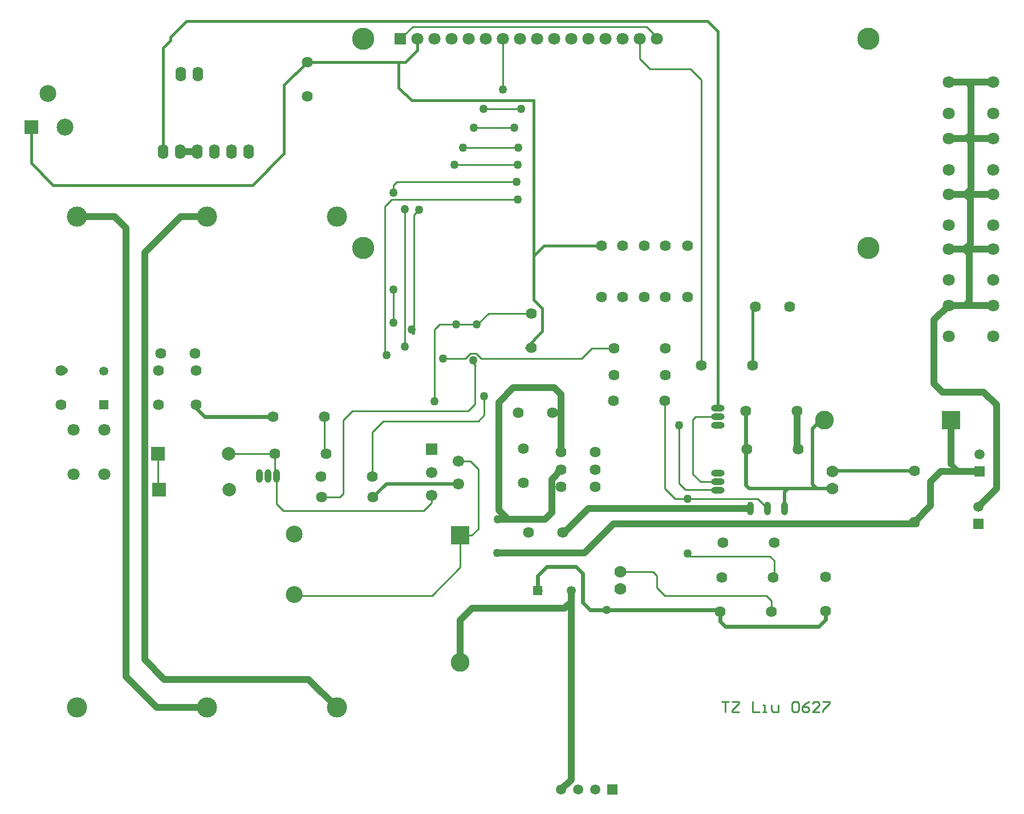
<source format=gbl>
%FSLAX25Y25*%
%MOIN*%
G70*
G01*
G75*
G04 Layer_Physical_Order=2*
G04 Layer_Color=16711680*
%ADD10R,0.00906X0.07874*%
%ADD11R,0.07874X0.00906*%
%ADD12O,0.00906X0.07874*%
%ADD13C,0.01000*%
%ADD14C,0.01575*%
%ADD15C,0.03937*%
%ADD16C,0.02362*%
%ADD17C,0.01969*%
%ADD18C,0.07087*%
%ADD19C,0.06400*%
%ADD20C,0.06693*%
%ADD21R,0.06693X0.06693*%
%ADD22C,0.11811*%
%ADD23C,0.07087*%
%ADD24R,0.07087X0.07087*%
%ADD25C,0.05906*%
%ADD26R,0.05906X0.05906*%
%ADD27O,0.06299X0.08661*%
%ADD28C,0.09843*%
%ADD29R,0.05906X0.05906*%
%ADD30C,0.05315*%
%ADD31R,0.05315X0.05315*%
%ADD32R,0.11024X0.11024*%
%ADD33C,0.11024*%
%ADD34C,0.07000*%
%ADD35O,0.07874X0.03937*%
%ADD36O,0.07874X0.03937*%
%ADD37R,0.05315X0.05315*%
%ADD38O,0.03937X0.07874*%
%ADD39O,0.03937X0.07874*%
%ADD40C,0.07874*%
%ADD41R,0.07874X0.07874*%
%ADD42R,0.11024X0.11024*%
%ADD43C,0.05000*%
%ADD44C,0.12992*%
%ADD45C,0.02953*%
D13*
X394000Y469500D02*
X467500D01*
X390000Y465500D02*
X394000Y469500D01*
X390000Y379500D02*
Y465500D01*
X354500Y322000D02*
X355500Y321000D01*
X354500Y322000D02*
Y342500D01*
X365500Y297500D02*
Y340500D01*
X617000Y248500D02*
X617500Y249000D01*
Y258500D01*
X615000Y261000D02*
X617500Y258500D01*
X568500Y261000D02*
X615000D01*
X567000Y262500D02*
X568500Y261000D01*
X559500Y294500D02*
X567000D01*
X584000Y300000D02*
X584500Y299500D01*
X565500Y300000D02*
X584000D01*
X562000Y303500D02*
X565500Y300000D01*
X562000Y303500D02*
Y337500D01*
X571500Y342500D02*
X584500D01*
X570000Y341000D02*
X571500Y342500D01*
X570000Y309000D02*
Y341000D01*
Y309000D02*
X574500Y304500D01*
X584500D01*
X553500Y300500D02*
Y352000D01*
Y300500D02*
X559500Y294500D01*
X527500Y252000D02*
X546500D01*
X549000Y249500D01*
Y242500D02*
Y249500D01*
Y242500D02*
X553500Y238000D01*
X613000D01*
X616000Y235000D01*
Y228500D02*
Y235000D01*
X458996Y534004D02*
Y563390D01*
X446500Y522500D02*
X447500D01*
X469500D01*
X441000Y511500D02*
X442000D01*
X465500D01*
X435500Y500000D02*
X468000D01*
X430500Y490000D02*
X467500D01*
X397000Y480000D02*
X467000D01*
X390000Y379500D02*
X391000Y378500D01*
X395000Y478000D02*
X397000Y480000D01*
X395000Y473500D02*
Y478000D01*
Y397500D02*
Y417000D01*
X407000Y391500D02*
Y460500D01*
X410000Y463500D01*
X511000Y382500D02*
X524000D01*
X505000Y376500D02*
X511000Y382500D01*
X575000Y372500D02*
Y539500D01*
X568500Y546000D02*
X575000Y539500D01*
X545000Y546000D02*
X568500D01*
X538996Y552004D02*
X545000Y546000D01*
X538996Y552004D02*
Y563390D01*
X450500Y403000D02*
X475500D01*
X444000Y396500D02*
X450500Y403000D01*
X419000Y393500D02*
X422000Y396500D01*
X419000Y351500D02*
Y393500D01*
X422000Y396500D02*
X431500D01*
X443500D01*
X371000Y346000D02*
X438500D01*
X365500Y340500D02*
X371000Y346000D01*
X438500D02*
X442500Y350000D01*
Y372000D01*
X443000Y372500D01*
X608000Y294500D02*
X613500Y289000D01*
X567000Y294500D02*
X608000D01*
X298590Y321000D02*
X300500Y319091D01*
X448000Y343500D02*
Y354500D01*
X444500Y340000D02*
X448000Y343500D01*
X389000Y340000D02*
X444500D01*
X382500Y333500D02*
X389000Y340000D01*
X382500Y307500D02*
Y333500D01*
X298590Y321000D02*
X325500D01*
Y309000D02*
Y321000D01*
Y309000D02*
X326500Y308000D01*
X363500Y295500D02*
X365500Y297500D01*
X353000Y295500D02*
X363500D01*
X326500Y291500D02*
Y308000D01*
Y291500D02*
X330500Y287500D01*
X412500D01*
X417126Y292126D01*
Y296614D01*
X257410Y300500D02*
Y321000D01*
Y300500D02*
X257909Y300000D01*
X398996Y563390D02*
X406106Y570500D01*
X543000D01*
X548996Y564504D01*
X432874Y316693D02*
X439807D01*
X444500Y312000D01*
Y277000D02*
Y312000D01*
X440587Y273087D02*
X444500Y277000D01*
X434000Y273087D02*
X440587D01*
X434000Y254500D02*
Y273087D01*
X417500Y238000D02*
X434000Y254500D01*
X337500Y238000D02*
X417500D01*
X337000Y238500D02*
X337500Y238000D01*
X406500Y391000D02*
X407000Y391500D01*
X401500Y383500D02*
Y464000D01*
X405500Y392000D02*
X406500Y391000D01*
X405500Y392000D02*
Y393500D01*
X441500Y374000D02*
X443000Y372500D01*
X441500Y374000D02*
Y375500D01*
X439843Y379500D02*
X443157D01*
X446157Y376500D02*
X505000D01*
X424000D02*
X436843D01*
X439843Y379500D01*
X443157D02*
X446157Y376500D01*
X587000Y175998D02*
X590999D01*
X588999D01*
Y170000D01*
X592998Y175998D02*
X596997D01*
Y174998D01*
X592998Y171000D01*
Y170000D01*
X596997D01*
X604994Y175998D02*
Y170000D01*
X608993D01*
X610992D02*
X612992D01*
X611992D01*
Y173999D01*
X610992D01*
X615991D02*
Y171000D01*
X616990Y170000D01*
X619989D01*
Y173999D01*
X627987Y174998D02*
X628986Y175998D01*
X630986D01*
X631986Y174998D01*
Y171000D01*
X630986Y170000D01*
X628986D01*
X627987Y171000D01*
Y174998D01*
X637984Y175998D02*
X635984Y174998D01*
X633985Y172999D01*
Y171000D01*
X634984Y170000D01*
X636984D01*
X637984Y171000D01*
Y171999D01*
X636984Y172999D01*
X633985D01*
X643982Y170000D02*
X639983D01*
X643982Y173999D01*
Y174998D01*
X642982Y175998D01*
X640982D01*
X639983Y174998D01*
X645981Y175998D02*
X649980D01*
Y174998D01*
X645981Y171000D01*
Y170000D01*
D14*
X472500Y383000D02*
X482000Y392500D01*
X477000Y410900D02*
X482000Y405900D01*
Y392500D02*
Y405900D01*
X260201Y497484D02*
Y558201D01*
X264500Y562500D01*
Y564500D01*
X398000Y550000D02*
X402000D01*
X398000Y535000D02*
Y550000D01*
Y535000D02*
X405500Y527500D01*
X477000D01*
X472500Y383000D02*
X475500D01*
X402000Y550000D02*
X408996Y556996D01*
Y563390D01*
X584500Y347500D02*
Y568000D01*
X578500Y574000D02*
X584500Y568000D01*
X274000Y574000D02*
X578500D01*
X264500Y564500D02*
X274000Y574000D01*
X605000Y405500D02*
X606500Y407000D01*
X605000Y372500D02*
Y405500D01*
X344500Y550000D02*
X398000D01*
X483000Y442500D02*
X516500D01*
X477000Y436500D02*
X483000Y442500D01*
X477000Y410900D02*
Y436500D01*
Y527500D01*
X331000Y536500D02*
X344500Y550000D01*
X331000Y496500D02*
Y536500D01*
X312500Y478000D02*
X331000Y496500D01*
X196000Y478000D02*
X312500D01*
X183130Y490870D02*
X196000Y478000D01*
X183130Y490870D02*
Y512000D01*
D15*
X495000Y230500D02*
X498842Y234343D01*
Y130342D02*
Y234343D01*
Y241000D01*
X441000Y230500D02*
X495000D01*
X730000Y505055D02*
X732500Y507555D01*
Y536000D01*
X523500Y280000D02*
X700500D01*
X725587Y310500D02*
X737500D01*
X715000D02*
X725587D01*
X730445Y538055D02*
X732500Y536000D01*
X719508Y538055D02*
X730445D01*
X729276Y407555D02*
X745492D01*
X729276D02*
X731610Y409890D01*
X719508Y407555D02*
X729276D01*
X731610Y409890D02*
Y438000D01*
X729055Y440555D02*
X731610Y438000D01*
X730445Y505055D02*
X732500Y503000D01*
X730445Y505055D02*
X745492D01*
X729555Y472555D02*
X732110Y470000D01*
X729555Y472555D02*
X732500Y475500D01*
X729555Y472555D02*
X745492D01*
X719508D02*
X729555D01*
X729055Y440555D02*
X732110Y443610D01*
X729055Y440555D02*
X745492D01*
X719508D02*
X729055D01*
X732110Y443610D02*
Y470000D01*
X732500Y475500D02*
Y503000D01*
X730000Y505055D02*
X730445D01*
X719508D02*
X730000D01*
X730445Y538055D02*
X745492D01*
X548996Y563390D02*
Y564504D01*
X249500Y438500D02*
X270492Y459492D01*
X249500Y200500D02*
Y438500D01*
X270492Y459492D02*
X285945D01*
X270201Y497484D02*
X280201D01*
X210000Y459492D02*
X232008D01*
X256516Y172484D02*
X285945D01*
X200500Y369500D02*
X202500D01*
X631000Y324000D02*
Y346000D01*
X443500Y396500D02*
X444000D01*
X483500Y282500D02*
X487000Y286000D01*
X238500Y190500D02*
X256516Y172484D01*
X238500Y190500D02*
Y453000D01*
X232008Y459492D02*
X238500Y453000D01*
X249500Y200500D02*
X261000Y189000D01*
X345374D01*
X361890Y172484D01*
X699500Y281000D02*
X709000Y290500D01*
Y304500D01*
X715000Y310500D01*
X721087Y315000D02*
Y340500D01*
X711000Y399047D02*
X719508Y407555D01*
X740000Y357000D02*
X747500Y349500D01*
Y300500D02*
Y349500D01*
X737000Y290000D02*
X747500Y300500D01*
X711000Y362000D02*
Y399047D01*
Y362000D02*
X716000Y357000D01*
X740000D01*
X493000Y124500D02*
X498842Y130342D01*
X455500Y263000D02*
X506500D01*
X523500Y280000D01*
X487500Y286500D02*
Y306000D01*
X493000Y311500D01*
X434000Y223500D02*
X441000Y230500D01*
X434000Y198913D02*
Y223500D01*
X494000Y275000D02*
X495000D01*
X509000Y289000D01*
X603500D01*
X489000Y359500D02*
X493000Y355500D01*
X465000Y359500D02*
X489000D01*
X456500Y351000D02*
X465000Y359500D01*
X456500Y288000D02*
Y351000D01*
X456000Y282500D02*
X483500D01*
X456500Y288000D02*
X461500Y283000D01*
X493000Y322000D02*
Y355500D01*
D16*
X589000Y220000D02*
X643500D01*
X586000Y223000D02*
X589000Y220000D01*
X586000Y223000D02*
Y228500D01*
X643500Y220000D02*
X647500Y224000D01*
Y229000D01*
X601000Y323000D02*
X601500Y323500D01*
X601000Y302500D02*
Y323000D01*
Y324000D02*
X601500Y323500D01*
X601000Y324000D02*
Y346000D01*
X510000Y229500D02*
X585000D01*
X586000Y228500D01*
X284500Y342500D02*
X324500D01*
X279500Y347500D02*
X284500Y342500D01*
X479157Y241000D02*
X481000D01*
X505500Y234000D02*
X510000Y229500D01*
X505500Y234000D02*
Y251000D01*
X501500Y255000D02*
X505500Y251000D01*
X484500Y255000D02*
X501500D01*
X479157Y249658D02*
X484500Y255000D01*
X479157Y241000D02*
Y249658D01*
D17*
X623500Y298500D02*
X625500Y300500D01*
X642500D01*
X603000D02*
X625500D01*
X640000Y303000D02*
X642500Y300500D01*
X651500D01*
X640000Y303000D02*
Y335500D01*
X601000Y302500D02*
X603000Y300500D01*
X623500Y289000D02*
Y298500D01*
X640000Y335500D02*
X645000Y340500D01*
X652000Y311000D02*
X699500D01*
X279500Y347500D02*
Y349500D01*
X390807Y303307D02*
X432874D01*
X383000Y295500D02*
X390807Y303307D01*
D18*
X226055Y334992D02*
D03*
X207945D02*
D03*
X226055Y309008D02*
D03*
X207945D02*
D03*
X719508Y440555D02*
D03*
Y422445D02*
D03*
X745492Y440555D02*
D03*
Y422445D02*
D03*
X719508Y472555D02*
D03*
Y454445D02*
D03*
X745492Y472555D02*
D03*
Y454445D02*
D03*
X719508Y505055D02*
D03*
Y486945D02*
D03*
X745492Y505055D02*
D03*
Y486945D02*
D03*
X719508Y538055D02*
D03*
Y519945D02*
D03*
X745492Y538055D02*
D03*
Y519945D02*
D03*
X719508Y407555D02*
D03*
Y389445D02*
D03*
X745492Y407555D02*
D03*
Y389445D02*
D03*
D19*
X699500Y311000D02*
D03*
Y281000D02*
D03*
X344500Y530000D02*
D03*
Y550000D02*
D03*
X474000Y275000D02*
D03*
X494000D02*
D03*
X605000Y372500D02*
D03*
X575000D02*
D03*
X471000Y324000D02*
D03*
Y304000D02*
D03*
X606500Y407000D02*
D03*
X626500D02*
D03*
X468000Y345000D02*
D03*
X488000D02*
D03*
X513000Y311500D02*
D03*
X493000D02*
D03*
X259000Y379500D02*
D03*
X279000D02*
D03*
X513000Y322000D02*
D03*
X493000D02*
D03*
X475500Y403000D02*
D03*
Y383000D02*
D03*
X279500Y349500D02*
D03*
Y369500D02*
D03*
X257500Y349500D02*
D03*
Y369500D02*
D03*
X647500Y229000D02*
D03*
Y249000D02*
D03*
X601500Y323500D02*
D03*
X631500D02*
D03*
X601000Y346000D02*
D03*
X631000D02*
D03*
X200500Y349500D02*
D03*
Y369500D02*
D03*
X616000Y228500D02*
D03*
X586000D02*
D03*
X354500Y342500D02*
D03*
X324500D02*
D03*
X524000Y367000D02*
D03*
X554000D02*
D03*
Y382500D02*
D03*
X524000D02*
D03*
X325500Y321000D02*
D03*
X355500D02*
D03*
X617000Y248500D02*
D03*
X587000D02*
D03*
X617500Y269000D02*
D03*
X587500D02*
D03*
X567000Y412500D02*
D03*
Y442500D02*
D03*
X382500Y307500D02*
D03*
X352500D02*
D03*
X383000Y295500D02*
D03*
X353000D02*
D03*
X541500Y442500D02*
D03*
Y412500D02*
D03*
X529000Y442500D02*
D03*
Y412500D02*
D03*
X516500Y442500D02*
D03*
Y412500D02*
D03*
X553500Y352000D02*
D03*
X523500D02*
D03*
X554000Y442500D02*
D03*
Y412500D02*
D03*
X513000Y301500D02*
D03*
X493000D02*
D03*
D20*
X417126Y296614D02*
D03*
X432874Y303307D02*
D03*
X417126Y310000D02*
D03*
X432874Y316693D02*
D03*
D21*
X417126Y323386D02*
D03*
D22*
X210000Y459492D02*
D03*
X285945D02*
D03*
X361890D02*
D03*
Y172484D02*
D03*
X285945D02*
D03*
X210000D02*
D03*
D23*
X548996Y563390D02*
D03*
X538996D02*
D03*
X528996D02*
D03*
X518996D02*
D03*
X508996D02*
D03*
X498996D02*
D03*
X488996D02*
D03*
X478996D02*
D03*
X468996D02*
D03*
X458996D02*
D03*
X448996D02*
D03*
X438996D02*
D03*
X428996D02*
D03*
X418996D02*
D03*
X408996D02*
D03*
D24*
X398996D02*
D03*
D25*
X493000Y124500D02*
D03*
X503000D02*
D03*
X513000D02*
D03*
X737500Y320500D02*
D03*
X737000Y290000D02*
D03*
D26*
X523000Y124500D02*
D03*
D27*
X310201Y497484D02*
D03*
X290201D02*
D03*
X280201D02*
D03*
X270201D02*
D03*
X260201D02*
D03*
X300201D02*
D03*
X270437Y542760D02*
D03*
X280437D02*
D03*
D28*
X337000Y238500D02*
D03*
Y273933D02*
D03*
X192972Y531685D02*
D03*
X202815Y512000D02*
D03*
D29*
X737500Y310500D02*
D03*
X737000Y280000D02*
D03*
D30*
X498842Y241000D02*
D03*
X225500Y369342D02*
D03*
D31*
X479157Y241000D02*
D03*
D32*
X434000Y273087D02*
D03*
D33*
Y198913D02*
D03*
X646913Y340500D02*
D03*
D34*
X651500Y310500D02*
D03*
Y300500D02*
D03*
X527500Y252000D02*
D03*
Y242000D02*
D03*
D35*
X584500Y347500D02*
D03*
Y337500D02*
D03*
Y309500D02*
D03*
Y299500D02*
D03*
D36*
Y342500D02*
D03*
Y304500D02*
D03*
D37*
X225500Y349658D02*
D03*
D38*
X623500Y289000D02*
D03*
X326500Y308000D02*
D03*
X316500D02*
D03*
D39*
X613500Y289000D02*
D03*
X603500D02*
D03*
X321500Y308000D02*
D03*
D40*
X298590Y321000D02*
D03*
X299091Y300000D02*
D03*
D41*
X257410Y321000D02*
D03*
X257909Y300000D02*
D03*
X183130Y512000D02*
D03*
D42*
X721087Y340500D02*
D03*
D43*
X519500Y229500D02*
D03*
X567000Y262500D02*
D03*
Y294500D02*
D03*
X562000Y337500D02*
D03*
X458996Y534004D02*
D03*
X469500Y522500D02*
D03*
X447500D02*
D03*
X465500Y511500D02*
D03*
X442000D02*
D03*
X468000Y500000D02*
D03*
X435500D02*
D03*
X467500Y490000D02*
D03*
X430500D02*
D03*
X467000Y480000D02*
D03*
X467500Y469500D02*
D03*
X391000Y378500D02*
D03*
X395000Y397500D02*
D03*
Y473500D02*
D03*
Y417000D02*
D03*
X401500Y383500D02*
D03*
Y464000D02*
D03*
X410000Y463500D02*
D03*
X424000Y376500D02*
D03*
X419000Y351500D02*
D03*
X431500Y396500D02*
D03*
X443500D02*
D03*
X448000Y354500D02*
D03*
X456000Y282500D02*
D03*
X455500Y263000D02*
D03*
X405500Y393500D02*
D03*
X441500Y375500D02*
D03*
D44*
X377343Y441342D02*
D03*
X672618D02*
D03*
Y563390D02*
D03*
X377343D02*
D03*
D45*
X721087Y315000D02*
X725587Y310500D01*
M02*

</source>
